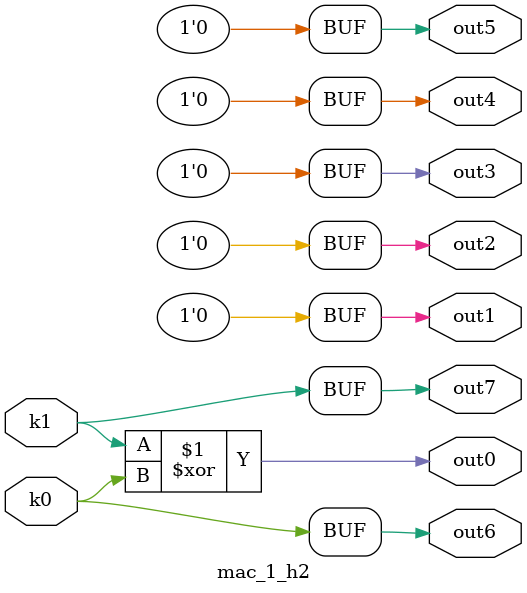
<source format=v>
module mac_1(pi0, pi1, pi2, pi3, pi4, pi5, pi6, pi7, po0, po1, po2, po3, po4, po5, po6, po7);
input pi0, pi1, pi2, pi3, pi4, pi5, pi6, pi7;
output po0, po1, po2, po3, po4, po5, po6, po7;
wire k0, k1;
mac_1_w2 DUT1 (pi0, pi1, pi2, pi3, pi4, pi5, pi6, pi7, k0, k1);
mac_1_h2 DUT2 (k0, k1, po0, po1, po2, po3, po4, po5, po6, po7);
endmodule

module mac_1_w2(in7, in6, in5, in4, in3, in2, in1, in0, k1, k0);
input in7, in6, in5, in4, in3, in2, in1, in0;
output k1, k0;
assign k0 =   in6;
assign k1 =   in7;
endmodule

module mac_1_h2(k1, k0, out7, out6, out5, out4, out3, out2, out1, out0);
input k1, k0;
output out7, out6, out5, out4, out3, out2, out1, out0;
assign out0 = k1 ^ k0;
assign out1 = 0;
assign out2 = 0;
assign out3 = 0;
assign out4 = 0;
assign out5 = 0;
assign out6 = k0;
assign out7 = k1;
endmodule

</source>
